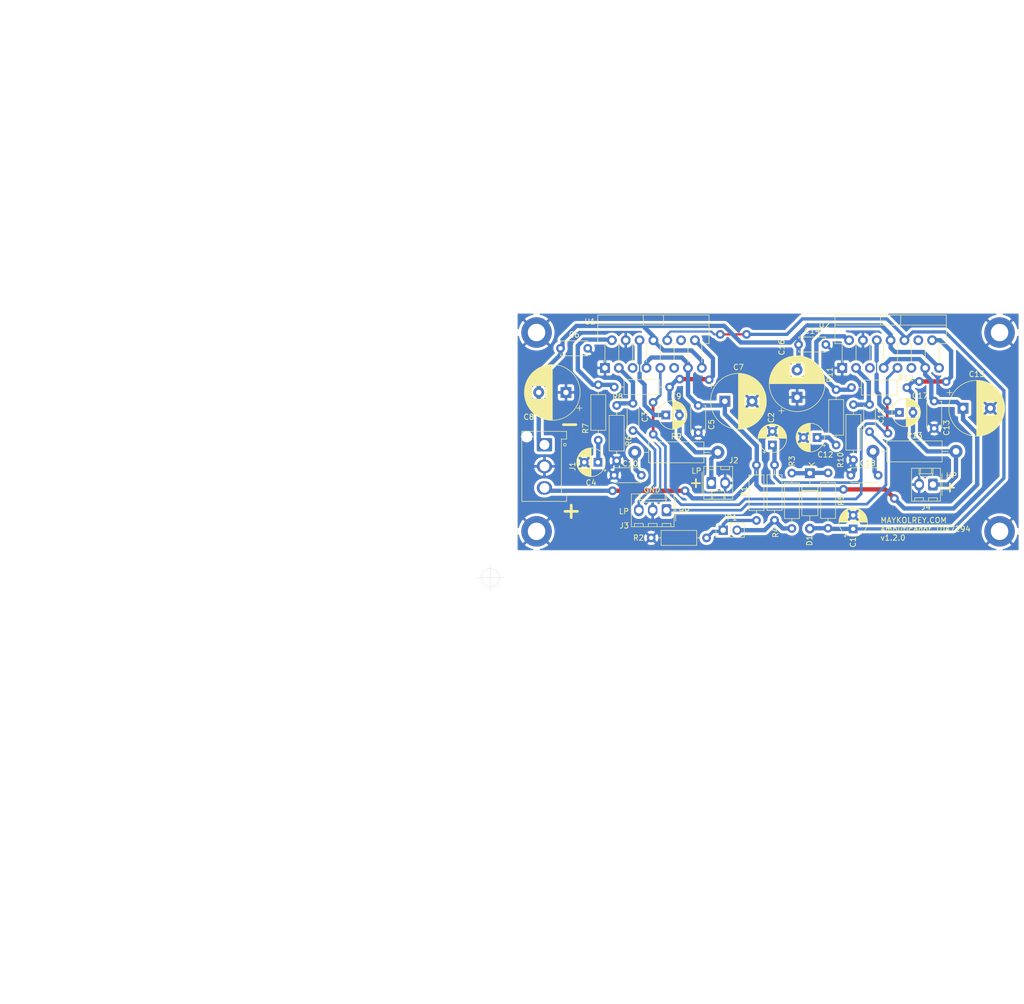
<source format=kicad_pcb>
(kicad_pcb (version 20240108) (generator "pcbnew") (generator_version "8.0")
  (title_block (title "Amplificador TDA7294") (date "2023-12-17") (rev "v1.2.0") (company "MAYKOLREY.COM"))
  (layers (0 "F.Cu" signal) (31 "B.Cu" signal) (34 "B.Paste" user) (35 "F.Paste" user) (36 "B.SilkS" user "B.Silkscreen") (37 "F.SilkS" user "F.Silkscreen") (38 "B.Mask" user) (39 "F.Mask" user) (44 "Edge.Cuts" user))
  (net 0 "")
  (net 1 "GND")
  (net 2 "/MUTE")
  (net 3 "/STBY")
  (net 4 "Net-(U1-+)")
  (net 5 "Net-(C4-Pad1)")
  (net 6 "/+VS")
  (net 7 "/-VS")
  (net 8 "/OUT1")
  (net 9 "Net-(U1-BOOT)")
  (net 10 "Net-(C10-Pad2)")
  (net 11 "Net-(U2-+)")
  (net 12 "Net-(C12-Pad1)")
  (net 13 "/OUT2")
  (net 14 "Net-(U2-BOOT)")
  (net 15 "Net-(C18-Pad2)")
  (net 16 "Net-(D1-K)")
  (net 17 "Net-(JP1-B)")
  (net 18 "Net-(U1--)")
  (net 19 "Net-(U2--)")
  (net 20 "/IN1")
  (net 21 "/IN2")
  (net 22 "/EN")
  (footprint "Capacitor_THT:CP_Radial_D5.0mm_P2.50mm" (layer "F.Cu") (at 169.63 109.55 90)
    (property "Reference" "C1" (at -2.45 -0.03 90) (layer "F.SilkS"))
    (property "Value" "10uF")
    (pad "1" thru_hole rect (at 0 0 90) (size 1.6 1.6) (drill 0.8) (layers "*.Cu" "*.Mask") (net 2 "/MUTE"))
    (pad "2" thru_hole circle (at 2.5 0 90) (size 1.6 1.6) (drill 0.8) (layers "*.Cu" "*.Mask") (net 1 "GND"))
  )
  (footprint "Capacitor_THT:CP_Radial_D5.0mm_P2.50mm" (layer "F.Cu") (at 154.79 94.16 90)
    (property "Reference" "C2" (at 5.03 -0.22 90) (layer "F.SilkS"))
    (property "Value" "10uF")
    (pad "1" thru_hole rect (at 0 0 90) (size 1.6 1.6) (drill 0.8) (layers "*.Cu" "*.Mask") (net 3 "/STBY"))
    (pad "2" thru_hole circle (at 2.5 0 90) (size 1.6 1.6) (drill 0.8) (layers "*.Cu" "*.Mask") (net 1 "GND"))
  )
  (footprint "Capacitor_THT:C_Disc_D4.3mm_W1.9mm_P5.00mm" (layer "F.Cu") (at 129.2 86.51 -90)
    (property "Reference" "C3" (at 2.5 -2.2 90) (layer "F.SilkS"))
    (property "Value" "470nF")
    (pad "1" thru_hole circle (at 0 0 270) (size 1.6 1.6) (drill 0.8) (layers "*.Cu" "*.Mask") (net 4 "Net-(U1-+)"))
    (pad "2" thru_hole circle (at 5 0 270) (size 1.6 1.6) (drill 0.8) (layers "*.Cu" "*.Mask") (net 20 "/IN1"))
  )
  (footprint "Capacitor_THT:CP_Radial_D5.0mm_P2.50mm" (layer "F.Cu") (at 122.76 97.32 180)
    (property "Reference" "C4" (at 1.25 -3.75 0) (layer "F.SilkS"))
    (property "Value" "22uF")
    (pad "1" thru_hole rect (at 0 0 180) (size 1.6 1.6) (drill 0.8) (layers "*.Cu" "*.Mask") (net 5 "Net-(C4-Pad1)"))
    (pad "2" thru_hole circle (at 2.5 0 180) (size 1.6 1.6) (drill 0.8) (layers "*.Cu" "*.Mask") (net 1 "GND"))
  )
  (footprint "Capacitor_THT:C_Disc_D4.7mm_W2.5mm_P5.00mm" (layer "F.Cu") (at 141.18 86.89 -90)
    (property "Reference" "C5" (at 3.51 -2.43 -90) (layer "F.SilkS"))
    (property "Value" "100nF")
    (pad "1" thru_hole circle (at 0 0 270) (size 1.6 1.6) (drill 0.8) (layers "*.Cu" "*.Mask") (net 6 "/+VS"))
    (pad "2" thru_hole circle (at 5 0 270) (size 1.6 1.6) (drill 0.8) (layers "*.Cu" "*.Mask") (net 1 "GND"))
  )
  (footprint "Capacitor_THT:C_Disc_D4.7mm_W2.5mm_P5.00mm" (layer "F.Cu") (at 115.9 76.4)
    (property "Reference" "C6" (at 2.5 -2.5 0) (layer "F.SilkS"))
    (property "Value" "100nF")
    (pad "1" thru_hole circle (at 0 0) (size 1.6 1.6) (drill 0.8) (layers "*.Cu" "*.Mask") (net 7 "/-VS"))
    (pad "2" thru_hole circle (at 5 0) (size 1.6 1.6) (drill 0.8) (layers "*.Cu" "*.Mask") (net 1 "GND"))
  )
  (footprint "Capacitor_THT:CP_Radial_D10.0mm_P5.00mm" (layer "F.Cu") (at 146.07 86.12)
    (property "Reference" "C7" (at 2.5 -6.25 0) (layer "F.SilkS"))
    (property "Value" "1000uF")
    (pad "1" thru_hole rect (at 0 0) (size 2 2) (drill 1) (layers "*.Cu" "*.Mask") (net 6 "/+VS"))
    (pad "2" thru_hole circle (at 5 0) (size 2 2) (drill 1) (layers "*.Cu" "*.Mask") (net 1 "GND"))
  )
  (footprint "Capacitor_THT:CP_Radial_D10.0mm_P5.00mm" (layer "F.Cu") (at 116.9 84.5 180)
    (property "Reference" "C8" (at 6.82 -4.5 180) (layer "F.SilkS"))
    (property "Value" "1000uF")
    (pad "1" thru_hole rect (at 0 0 180) (size 2 2) (drill 1) (layers "*.Cu" "*.Mask") (net 1 "GND"))
    (pad "2" thru_hole circle (at 5 0 180) (size 2 2) (drill 1) (layers "*.Cu" "*.Mask") (net 7 "/-VS"))
  )
  (footprint "Capacitor_THT:CP_Radial_D5.0mm_P2.50mm" (layer "F.Cu") (at 135.23 88.64)
    (property "Reference" "C9" (at 1.87 -3.44 0) (layer "F.SilkS"))
    (property "Value" "22uF")
    (pad "1" thru_hole rect (at 0 0) (size 1.6 1.6) (drill 0.8) (layers "*.Cu" "*.Mask") (net 9 "Net-(U1-BOOT)"))
    (pad "2" thru_hole circle (at 2.5 0) (size 1.6 1.6) (drill 0.8) (layers "*.Cu" "*.Mask") (net 8 "/OUT1"))
  )
  (footprint "Capacitor_THT:C_Disc_D4.7mm_W2.5mm_P5.00mm" (layer "F.Cu") (at 125.74 99.7)
    (property "Reference" "C10" (at 2.94 -2.13 0) (layer "F.SilkS"))
    (property "Value" "100nF")
    (pad "1" thru_hole circle (at 0 0) (size 1.6 1.6) (drill 0.8) (layers "*.Cu" "*.Mask") (net 1 "GND"))
    (pad "2" thru_hole circle (at 5 0) (size 1.6 1.6) (drill 0.8) (layers "*.Cu" "*.Mask") (net 10 "Net-(C10-Pad2)"))
  )
  (footprint "Capacitor_THT:C_Disc_D4.3mm_W1.9mm_P5.00mm" (layer "F.Cu") (at 172.63 86.71 -90)
    (property "Reference" "C11" (at 2.19 -2.07 90) (layer "F.SilkS"))
    (property "Value" "470nF")
    (pad "1" thru_hole circle (at 0 0 270) (size 1.6 1.6) (drill 0.8) (layers "*.Cu" "*.Mask") (net 11 "Net-(U2-+)"))
    (pad "2" thru_hole circle (at 5 0 270) (size 1.6 1.6) (drill 0.8) (layers "*.Cu" "*.Mask") (net 21 "/IN2"))
  )
  (footprint "Capacitor_THT:CP_Radial_D5.0mm_P2.50mm" (layer "F.Cu") (at 163.01 92.78 180)
    (property "Reference" "C12" (at -1.504887 -3.14 0) (layer "F.SilkS"))
    (property "Value" "22uF")
    (pad "1" thru_hole rect (at 0 0 180) (size 1.6 1.6) (drill 0.8) (layers "*.Cu" "*.Mask") (net 12 "Net-(C12-Pad1)"))
    (pad "2" thru_hole circle (at 2.5 0 180) (size 1.6 1.6) (drill 0.8) (layers "*.Cu" "*.Mask") (net 1 "GND"))
  )
  (footprint "Capacitor_THT:C_Disc_D4.7mm_W2.5mm_P5.00mm" (layer "F.Cu") (at 184.5 86.1 -90)
    (property "Reference" "C13" (at 4.89 -2.26 -90) (layer "F.SilkS"))
    (property "Value" "100nF")
    (pad "1" thru_hole circle (at 0 0 270) (size 1.6 1.6) (drill 0.8) (layers "*.Cu" "*.Mask") (net 6 "/+VS"))
    (pad "2" thru_hole circle (at 5 0 270) (size 1.6 1.6) (drill 0.8) (layers "*.Cu" "*.Mask") (net 1 "GND"))
  )
  (footprint "Capacitor_THT:C_Disc_D4.7mm_W2.5mm_P5.00mm" (layer "F.Cu") (at 159.6 75.7)
    (property "Reference" "C14" (at 2.5 -2.5 0) (layer "F.SilkS"))
    (property "Value" "100nF")
    (pad "1" thru_hole circle (at 0 0) (size 1.6 1.6) (drill 0.8) (layers "*.Cu" "*.Mask") (net 7 "/-VS"))
    (pad "2" thru_hole circle (at 5 0) (size 1.6 1.6) (drill 0.8) (layers "*.Cu" "*.Mask") (net 1 "GND"))
  )
  (footprint "Capacitor_THT:CP_Radial_D10.0mm_P5.00mm" (layer "F.Cu") (at 189.8 87.4)
    (property "Reference" "C15" (at 2.5 -6.25 0) (layer "F.SilkS"))
    (property "Value" "1000uF")
    (pad "1" thru_hole rect (at 0 0) (size 2 2) (drill 1) (layers "*.Cu" "*.Mask") (net 6 "/+VS"))
    (pad "2" thru_hole circle (at 5 0) (size 2 2) (drill 1) (layers "*.Cu" "*.Mask") (net 1 "GND"))
  )
  (footprint "Capacitor_THT:CP_Radial_D10.0mm_P5.00mm" (layer "F.Cu") (at 159.33 85.39 90)
    (property "Reference" "C16" (at 9.157677 -2.83 90) (layer "F.SilkS"))
    (property "Value" "1000uF")
    (pad "1" thru_hole rect (at 0 0 90) (size 2 2) (drill 1) (layers "*.Cu" "*.Mask") (net 1 "GND"))
    (pad "2" thru_hole circle (at 5 0 90) (size 2 2) (drill 1) (layers "*.Cu" "*.Mask") (net 7 "/-VS"))
  )
  (footprint "Capacitor_THT:CP_Radial_D5.0mm_P2.50mm" (layer "F.Cu") (at 178.104888 88.17)
    (property "Reference" "C17" (at 3.795112 -3.07 0) (layer "F.SilkS"))
    (property "Value" "22uF")
    (pad "1" thru_hole rect (at 0 0) (size 1.6 1.6) (drill 0.8) (layers "*.Cu" "*.Mask") (net 14 "Net-(U2-BOOT)"))
    (pad "2" thru_hole circle (at 2.5 0) (size 1.6 1.6) (drill 0.8) (layers "*.Cu" "*.Mask") (net 13 "/OUT2"))
  )
  (footprint "Capacitor_THT:C_Disc_D4.7mm_W2.5mm_P5.00mm" (layer "F.Cu") (at 169.2 99.7)
    (property "Reference" "C18" (at 3.08 -2.21 0) (layer "F.SilkS"))
    (property "Value" "100nF")
    (pad "1" thru_hole circle (at 0 0) (size 1.6 1.6) (drill 0.8) (layers "*.Cu" "*.Mask") (net 1 "GND"))
    (pad "2" thru_hole circle (at 5 0) (size 1.6 1.6) (drill 0.8) (layers "*.Cu" "*.Mask") (net 15 "Net-(C18-Pad2)"))
  )
  (footprint "Diode_THT:D_A-405_P10.16mm_Horizontal" (layer "F.Cu") (at 161.67 99.33 -90)
    (property "Reference" "D1" (at 12.37 0.07 90) (layer "F.SilkS"))
    (property "Value" "1N4148")
    (fp_text user "K" (at -1.6 -0.4 90) (layer "F.SilkS"))
    (pad "1" thru_hole rect (at 0 0 270) (size 1.8 1.8) (drill 0.9) (layers "*.Cu" "*.Mask") (net 16 "Net-(D1-K)"))
    (pad "2" thru_hole oval (at 10.16 0 270) (size 1.8 1.8) (drill 0.9) (layers "*.Cu" "*.Mask") (net 2 "/MUTE"))
  )
  (footprint "Connector_Molex:Molex_KK-254_AE-6410-02A_1x02_P2.54mm_Vertical" (layer "F.Cu") (at 143.58 101.11)
    (property "Reference" "J2" (at 4.12 -4.14 0) (layer "F.SilkS"))
    (property "Value" "Conn_01x02")
    (pad "1" thru_hole roundrect (at 0 0) (size 1.74 2.19) (drill 1.19) (layers "*.Cu" "*.Mask") (roundrect_rratio 0.143678) (net 8 "/OUT1"))
    (pad "2" thru_hole oval (at 2.54 0) (size 1.74 2.19) (drill 1.19) (layers "*.Cu" "*.Mask") (net 1 "GND"))
  )
  (footprint "Connector_PinHeader_2.54mm:PinHeader_1x02_P2.54mm_Vertical" (layer "F.Cu") (at 145.76 109.79 90)
    (property "Reference" "JP1" (at 2.29 1.24 180) (layer "F.SilkS"))
    (property "Value" "EN")
    (pad "1" thru_hole rect (at 0 0 90) (size 1.7 1.7) (drill 1) (layers "*.Cu" "*.Mask") (net 22 "/EN"))
    (pad "2" thru_hole oval (at 0 2.54 90) (size 1.7 1.7) (drill 1) (layers "*.Cu" "*.Mask") (net 17 "Net-(JP1-B)"))
  )
  (footprint "Resistor_THT:R_Axial_DIN0207_L6.3mm_D2.5mm_P10.16mm_Horizontal" (layer "F.Cu") (at 151.87 108 90)
    (property "Reference" "R1" (at 5.3 -2.27 90) (layer "F.SilkS"))
    (property "Value" "10K")
    (pad "1" thru_hole circle (at 0 0 90) (size 1.6 1.6) (drill 0.8) (layers "*.Cu" "*.Mask") (net 22 "/EN"))
    (pad "2" thru_hole oval (at 10.16 0 90) (size 1.6 1.6) (drill 0.8) (layers "*.Cu" "*.Mask") (net 6 "/+VS"))
  )
  (footprint "Resistor_THT:R_Axial_DIN0207_L6.3mm_D2.5mm_P10.16mm_Horizontal" (layer "F.Cu") (at 132.55 111.2)
    (property "Reference" "R2" (at -2.34 0 0) (layer "F.SilkS"))
    (property "Value" "10K")
    (pad "1" thru_hole circle (at 0 0) (size 1.6 1.6) (drill 0.8) (layers "*.Cu" "*.Mask") (net 1 "GND"))
    (pad "2" thru_hole oval (at 10.16 0) (size 1.6 1.6) (drill 0.8) (layers "*.Cu" "*.Mask") (net 22 "/EN"))
  )
  (footprint "Resistor_THT:R_Axial_DIN0207_L6.3mm_D2.5mm_P10.16mm_Horizontal" (layer "F.Cu") (at 158.37 99.31 -90)
    (property "Reference" "R3" (at -2.21 -0.03 90) (layer "F.SilkS"))
    (property "Value" "10K")
    (pad "1" thru_hole circle (at 0 0 270) (size 1.6 1.6) (drill 0.8) (layers "*.Cu" "*.Mask") (net 16 "Net-(D1-K)"))
    (pad "2" thru_hole oval (at 10.16 0 270) (size 1.6 1.6) (drill 0.8) (layers "*.Cu" "*.Mask") (net 17 "Net-(JP1-B)"))
  )
  (footprint "Resistor_THT:R_Axial_DIN0207_L6.3mm_D2.5mm_P10.16mm_Horizontal" (layer "F.Cu") (at 155.19 97.8 -90)
    (property "Reference" "R4" (at 12.4 -0.21 90) (layer "F.SilkS"))
    (property "Value" "20K")
    (pad "1" thru_hole circle (at 0 0 270) (size 1.6 1.6) (drill 0.8) (layers "*.Cu" "*.Mask") (net 3 "/STBY"))
    (pad "2" thru_hole oval (at 10.16 0 270) (size 1.6 1.6) (drill 0.8) (layers "*.Cu" "*.Mask") (net 17 "Net-(JP1-B)"))
  )
  (footprint "Resistor_THT:R_Axial_DIN0207_L6.3mm_D2.5mm_P10.16mm_Horizontal" (layer "F.Cu") (at 165.01 109.43 90)
    (property "Reference" "R5" (at 5.13 2.39 90) (layer "F.SilkS"))
    (property "Value" "30K")
    (pad "1" thru_hole circle (at 0 0 90) (size 1.6 1.6) (drill 0.8) (layers "*.Cu" "*.Mask") (net 2 "/MUTE"))
    (pad "2" thru_hole oval (at 10.16 0 90) (size 1.6 1.6) (drill 0.8) (layers "*.Cu" "*.Mask") (net 16 "Net-(D1-K)"))
  )
  (footprint "Resistor_THT:R_Axial_DIN0207_L6.3mm_D2.5mm_P10.16mm_Horizontal" (layer "F.Cu") (at 126.21 97.05 90)
    (property "Reference" "R6" (at 3.65 2.19 90) (layer "F.SilkS"))
    (property "Value" "22K")
    (pad "1" thru_hole circle (at 0 0 90) (size 1.6 1.6) (drill 0.8) (layers "*.Cu" "*.Mask") (net 1 "GND"))
    (pad "2" thru_hole oval (at 10.16 0 90) (size 1.6 1.6) (drill 0.8) (layers "*.Cu" "*.Mask") (net 4 "Net-(U1-+)"))
  )
  (footprint "Resistor_THT:R_Axial_DIN0207_L6.3mm_D2.5mm_P10.16mm_Horizontal" (layer "F.Cu") (at 122.83 83.1 -90)
    (property "Reference" "R7" (at 8 2.33 90) (layer "F.SilkS"))
    (property "Value" "680")
    (pad "1" thru_hole circle (at 0 0 270) (size 1.6 1.6) (drill 0.8) (layers "*.Cu" "*.Mask") (net 18 "Net-(U1--)"))
    (pad "2" thru_hole oval (at 10.16 0 270) (size 1.6 1.6) (drill 0.8) (layers "*.Cu" "*.Mask") (net 5 "Net-(C4-Pad1)"))
  )
  (footprint "Resistor_THT:R_Axial_DIN0207_L6.3mm_D2.5mm_P10.16mm_Horizontal" (layer "F.Cu") (at 135.92 83.51 180)
    (property "Reference" "R8" (at 9.52 -1.79 0) (layer "F.SilkS"))
    (property "Value" "22K")
    (pad "1" thru_hole circle (at 0 0 180) (size 1.6 1.6) (drill 0.8) (layers "*.Cu" "*.Mask") (net 8 "/OUT1"))
    (pad "2" thru_hole oval (at 10.16 0 180) (size 1.6 1.6) (drill 0.8) (layers "*.Cu" "*.Mask") (net 18 "Net-(U1--)"))
  )
  (footprint "Resistor_THT:R_Axial_DIN0411_L9.9mm_D3.6mm_P15.24mm_Horizontal" (layer "F.Cu") (at 129.53 95.49)
    (property "Reference" "R9" (at 7.62 -2.92 0) (layer "F.SilkS"))
    (property "Value" "2.7")
    (pad "1" thru_hole circle (at 0 0) (size 2.4 2.4) (drill 1.2) (layers "*.Cu" "*.Mask") (net 10 "Net-(C10-Pad2)"))
    (pad "2" thru_hole oval (at 15.24 0) (size 2.4 2.4) (drill 1.2) (layers "*.Cu" "*.Mask") (net 8 "/OUT1"))
  )
  (footprint "Resistor_THT:R_Axial_DIN0207_L6.3mm_D2.5mm_P10.16mm_Horizontal" (layer "F.Cu") (at 169.67 96.9 90)
    (property "Reference" "R10" (at 0 -2.37 90) (layer "F.SilkS"))
    (property "Value" "22K")
    (pad "1" thru_hole circle (at 0 0 90) (size 1.6 1.6) (drill 0.8) (layers "*.Cu" "*.Mask") (net 1 "GND"))
    (pad "2" thru_hole oval (at 10.16 0 90) (size 1.6 1.6) (drill 0.8) (layers "*.Cu" "*.Mask") (net 11 "Net-(U2-+)"))
  )
  (footprint "Resistor_THT:R_Axial_DIN0207_L6.3mm_D2.5mm_P10.16mm_Horizontal" (layer "F.Cu") (at 166.5 84 -90)
    (property "Reference" "R11" (at -2.74 1.17 90) (layer "F.SilkS"))
    (property "Value" "680")
    (pad "1" thru_hole circle (at 0 0 270) (size 1.6 1.6) (drill 0.8) (layers "*.Cu" "*.Mask") (net 19 "Net-(U2--)"))
    (pad "2" thru_hole oval (at 10.16 0 270) (size 1.6 1.6) (drill 0.8) (layers "*.Cu" "*.Mask") (net 12 "Net-(C12-Pad1)"))
  )
  (footprint "Resistor_THT:R_Axial_DIN0411_L9.9mm_D3.6mm_P15.24mm_Horizontal" (layer "F.Cu") (at 173.26 95.32)
    (property "Reference" "R13" (at 7.62 -2.92 0) (layer "F.SilkS"))
    (property "Value" "2.7")
    (pad "1" thru_hole circle (at 0 0) (size 2.4 2.4) (drill 1.2) (layers "*.Cu" "*.Mask") (net 15 "Net-(C18-Pad2)"))
    (pad "2" thru_hole oval (at 15.24 0) (size 2.4 2.4) (drill 1.2) (layers "*.Cu" "*.Mask") (net 13 "/OUT2"))
  )
  (footprint "Package_TO_SOT_THT:TO-220-15_P2.54x2.54mm_StaggerOdd_Lead4.58mm_Vertical" (layer "F.Cu") (at 124.06 80)
    (property "Reference" "U1" (at -2.75 -8.5 0) (layer "F.SilkS"))
    (property "Value" "TDA7294")
    (pad "1" thru_hole rect (at 0 0) (size 1.8 1.8) (drill 1) (layers "*.Cu" "*.Mask") (net 1 "GND"))
    (pad "2" thru_hole oval (at 1.27 -5.08) (size 1.8 1.8) (drill 1) (layers "*.Cu" "*.Mask") (net 18 "Net-(U1--)"))
    (pad "3" thru_hole oval (at 2.54 0) (size 1.8 1.8) (drill 1) (layers "*.Cu" "*.Mask") (net 4 "Net-(U1-+)"))
    (pad "4" thru_hole oval (at 3.81 -5.08) (size 1.8 1.8) (drill 1) (layers "*.Cu" "*.Mask") (net 1 "GND"))
    (pad "5" thru_hole oval (at 5.08 0) (size 1.8 1.8) (drill 1) (layers "*.Cu" "*.Mask"))
    (pad "6" thru_hole oval (at 6.35 -5.08) (size 1.8 1.8) (drill 1) (layers "*.Cu" "*.Mask") (net 9 "Net-(U1-BOOT)"))
    (pad "7" thru_hole oval (at 7.62 0) (size 1.8 1.8) (drill 1) (layers "*.Cu" "*.Mask") (net 6 "/+VS"))
    (pad "8" thru_hole oval (at 8.89 -5.08) (size 1.8 1.8) (drill 1) (layers "*.Cu" "*.Mask") (net 7 "/-VS"))
    (pad "9" thru_hole oval (at 10.16 0) (size 1.8 1.8) (drill 1) (layers "*.Cu" "*.Mask") (net 3 "/STBY"))
    (pad "10" thru_hole oval (at 11.43 -5.08) (size 1.8 1.8) (drill 1) (layers "*.Cu" "*.Mask") (net 2 "/MUTE"))
    (pad "11" thru_hole oval (at 12.7 0) (size 1.8 1.8) (drill 1) (layers "*.Cu" "*.Mask"))
    (pad "12" thru_hole oval (at 13.97 -5.08) (size 1.8 1.8) (drill 1) (layers "*.Cu" "*.Mask"))
    (pad "13" thru_hole oval (at 15.24 0) (size 1.8 1.8) (drill 1) (layers "*.Cu" "*.Mask") (net 6 "/+VS"))
    (pad "14" thru_hole oval (at 16.51 -5.08) (size 1.8 1.8) (drill 1) (layers "*.Cu" "*.Mask") (net 8 "/OUT1"))
    (pad "15" thru_hole oval (at 17.78 0) (size 1.8 1.8) (drill 1) (layers "*.Cu" "*.Mask") (net 7 "/-VS"))
  )
  (footprint "Package_TO_SOT_THT:TO-220-15_P2.54x2.54mm_StaggerOdd_Lead4.58mm_Vertical" (layer "F.Cu") (at 167.61 80)
    (property "Reference" "U2" (at -3.3 -7.9 0) (layer "F.SilkS"))
    (property "Value" "TDA7294")
    (pad "1" thru_hole rect (at 0 0) (size 1.8 1.8) (drill 1) (layers "*.Cu" "*.Mask") (net 1 "GND"))
    (pad "2" thru_hole oval (at 1.27 -5.08) (size 1.8 1.8) (drill 1) (layers "*.Cu" "*.Mask") (net 19 "Net-(U2--)"))
    (pad "3" thru_hole oval (at 2.54 0) (size 1.8 1.8) (drill 1) (layers "*.Cu" "*.Mask") (net 11 "Net-(U2-+)"))
    (pad "4" thru_hole oval (at 3.81 -5.08) (size 1.8 1.8) (drill 1) (layers "*.Cu" "*.Mask") (net 1 "GND"))
    (pad "5" thru_hole oval (at 5.08 0) (size 1.8 1.8) (drill 1) (layers "*.Cu" "*.Mask"))
    (pad "6" thru_hole oval (at 6.35 -5.08) (size 1.8 1.8) (drill 1) (layers "*.Cu" "*.Mask") (net 14 "Net-(U2-BOOT)"))
    (pad "7" thru_hole oval (at 7.62 0) (size 1.8 1.8) (drill 1) (layers "*.Cu" "*.Mask") (net 6 "/+VS"))
    (pad "8" thru_hole oval (at 8.89 -5.08) (size 1.8 1.8) (drill 1) (layers "*.Cu" "*.Mask") (net 7 "/-VS"))
    (pad "9" thru_hole oval (at 10.16 0) (size 1.8 1.8) (drill 1) (layers "*.Cu" "*.Mask") (net 3 "/STBY"))
    (pad "10" thru_hole oval (at 11.43 -5.08) (size 1.8 1.8) (drill 1) (layers "*.Cu" "*.Mask") (net 2 "/MUTE"))
    (pad "11" thru_hole oval (at 12.7 0) (size 1.8 1.8) (drill 1) (layers "*.Cu" "*.Mask"))
    (pad "12" thru_hole oval (at 13.97 -5.08) (size 1.8 1.8) (drill 1) (layers "*.Cu" "*.Mask"))
    (pad "13" thru_hole oval (at 15.24 0) (size 1.8 1.8) (drill 1) (layers "*.Cu" "*.Mask") (net 6 "/+VS"))
    (pad "14" thru_hole oval (at 16.51 -5.08) (size 1.8 1.8) (drill 1) (layers "*.Cu" "*.Mask") (net 13 "/OUT2"))
    (pad "15" thru_hole oval (at 17.78 0) (size 1.8 1.8) (drill 1) (layers "*.Cu" "*.Mask") (net 7 "/-VS"))
  )
  (footprint "Connector_Molex:Molex_KK-254_AE-6410-03A_1x03_P2.54mm_Vertical" (layer "F.Cu") (at 135.36 106.12 180)
    (property "Reference" "J3" (at 7.76 -2.84 180) (layer "F.SilkS"))
    (property "Value" "IN")
    (pad "1" thru_hole roundrect (at 0 0 180) (size 1.74 2.19) (drill 1.19) (layers "*.Cu" "*.Mask") (roundrect_rratio 0.143678) (net 21 "/IN2"))
    (pad "2" thru_hole oval (at 2.54 0 180) (size 1.74 2.19) (drill 1.19) (layers "*.Cu" "*.Mask") (net 1 "GND"))
    (pad "3" thru_hole oval (at 5.08 0 180) (size 1.74 2.19) (drill 1.19) (layers "*.Cu" "*.Mask") (net 20 "/IN1"))
  )
  (footprint "Resistor_THT:R_Axial_DIN0207_L6.3mm_D2.5mm_P10.16mm_Horizontal" (layer "F.Cu") (at 179.48 83.61 180)
    (property "Reference" "R12" (at 0.18 1.71 180) (layer "F.SilkS"))
    (property "Value" "22K")
    (pad "1" thru_hole circle (at 0 0 180) (size 1.6 1.6) (drill 0.8) (layers "*.Cu" "*.Mask") (net 13 "/OUT2"))
    (pad "2" thru_hole oval (at 10.16 0 180) (size 1.6 1.6) (drill 0.8) (layers "*.Cu" "*.Mask") (net 19 "Net-(U2--)"))
  )
  (footprint "MountingHole:MountingHole_3.2mm_M3_DIN965_Pad" (layer "F.Cu") (at 111.5 110)
    (property "Reference" "H3" (hide yes))
    (property "Value" "MH")
    (pad "1" thru_hole circle (at 0 0) (size 5.6 5.6) (drill 3.2) (layers "*.Cu" "*.Mask") (net 1 "GND"))
  )
  (footprint "MountingHole:MountingHole_3.2mm_M3_DIN965_Pad" (layer "F.Cu") (at 196.5 73.5)
    (property "Reference" "H2" (hide yes))
    (property "Value" "MH")
    (pad "1" thru_hole circle (at 0 0) (size 5.6 5.6) (drill 3.2) (layers "*.Cu" "*.Mask") (net 1 "GND"))
  )
  (footprint "Connector_Molex:Molex_KK-254_AE-6410-02A_1x02_P2.54mm_Vertical" (layer "F.Cu") (at 184.27 101.41 180)
    (property "Reference" "J4" (at 1.27 -4.12 180) (layer "F.SilkS"))
    (property "Value" "Conn_01x02")
    (pad "1" thru_hole roundrect (at 0 0 180) (size 1.74 2.19) (drill 1.19) (layers "*.Cu" "*.Mask") (roundrect_rratio 0.143678) (net 13 "/OUT2"))
    (pad "2" thru_hole oval (at 2.54 0 180) (size 1.74 2.19) (drill 1.19) (layers "*.Cu" "*.Mask") (net 1 "GND"))
  )
  (footprint "Connector_Hirose:Hirose_DF63M-3P-3.96DSA_1x03_P3.96mm_Vertical" (layer "F.Cu") (at 112.95 94.11 -90)
    (property "Reference" "J1" (at 3.96 -5.15 90) (layer "F.SilkS"))
    (property "Value" "PAWER")
    (pad "" np_thru_hole circle (at -1.5 3.25 270) (size 1.6 1.6) (drill 1.6) (layers "*.Cu" "*.Mask"))
    (pad "1" thru_hole roundrect (at 0 0 270) (size 2.46 2.8) (drill 1.8) (layers "*.Cu" "*.Mask") (roundrect_rratio 0.101626) (net 7 "/-VS"))
    (pad "2" thru_hole oval (at 3.96 0 270) (size 2.46 2.8) (drill 1.8) (layers "*.Cu" "*.Mask") (net 1 "GND"))
    (pad "3" thru_hole oval (at 7.92 0 270) (size 2.46 2.8) (drill 1.8) (layers "*.Cu" "*.Mask") (net 6 "/+VS"))
  )
  (footprint "MountingHole:MountingHole_3.2mm_M3_DIN965_Pad" (layer "F.Cu") (at 111.5 73.5)
    (property "Reference" "H4" (hide yes))
    (property "Value" "MH")
    (pad "1" thru_hole circle (at 0 0) (size 5.6 5.6) (drill 3.2) (layers "*.Cu" "*.Mask") (net 1 "GND"))
  )
  (footprint "MountingHole:MountingHole_3.2mm_M3_DIN965_Pad" (layer "F.Cu") (at 196.5 110)
    (property "Reference" "H1" (hide yes))
    (property "Value" "MH")
    (pad "1" thru_hole circle (at 0 0) (size 5.6 5.6) (drill 3.2) (layers "*.Cu" "*.Mask") (net 1 "GND"))
  )
  (footprint "MR-footprint:logo_mr_6x6mm" (layer "B.Cu") (at 152.06 80.51 180)
    (property "Reference" "G***" (hide yes))
    (property "Value" "LOGO" (hide yes))
  )
  (gr_line (start 108 113.5) (end 108 70) (stroke (width 0.05)) (layer "Edge.Cuts"))
  (gr_line (start 108 70) (end 200 70) (stroke (width 0.05)) (layer "Edge.Cuts"))
  (gr_line (start 200 70) (end 200 113.5) (stroke (width 0.05)) (layer "Edge.Cuts"))
  (gr_line (start 200 113.5) (end 108 113.5) (stroke (width 0.05)) (layer "Edge.Cuts"))
  (gr_text "HP" (at 137.47 106.84 0) (layer "F.SilkS") (effects (font (size 1 1)) (justify left bottom)))
  (gr_text "-" (at 115.39 91.95 0) (layer "F.SilkS") (effects (font (size 3 3) (thickness 0.5) (bold yes)) (justify left bottom)))
  (gr_text "LP" (at 126.53 106.92 0) (layer "F.SilkS") (effects (font (size 1 1)) (justify left bottom)))
  (gr_text "${COMPANY}\n${TITLE}\n${REVISION}" (at 174.55 111.77 0) (layer "F.SilkS") (effects (font (size 1 1)) (justify left bottom)))
  (gr_text "+" (at 115.68 107.87 0) (layer "F.SilkS") (effects (font (size 3 3) (thickness 0.5) (bold yes)) (justify left bottom)))
  (gr_text "GND" (at 131.07 102.94 0) (layer "F.SilkS") (effects (font (size 1 1)) (justify left bottom)))
  (gr_text "+" (at 185.96 103 0) (layer "F.SilkS") (effects (font (size 2 2) (thickness 0.3)) (justify left bottom)))
  (gr_text "LP" (at 139.84 99.48 0) (layer "F.SilkS") (effects (font (size 1 1)) (justify left bottom)))
  (gr_text "+" (at 139.32 102.18 0) (layer "F.SilkS") (effects (font (size 2 2) (thickness 0.3)) (justify left bottom)))
  (gr_text "HP" (at 186.55 100.36 0) (layer "F.SilkS") (effects (font (size 1 1)) (justify left bottom)))
  (target plus (at 103 118.5) (size 5) (width 0.05) (layer "Edge.Cuts"))
  (segment (start 169.67 96.9) (end 169.67 99.23) (width 0.8) (layer "B.Cu") (net 1))
  (segment (start 169.67 99.23) (end 169.2 99.7) (width 0.8) (layer "B.Cu") (net 1))
  (segment (start 126.21 97.05) (end 126.21 99.23) (width 0.8) (layer "B.Cu") (net 1))
  (segment (start 126.21 99.23) (end 125.74 99.7) (width 0.8) (layer "B.Cu") (net 1))
  (segment (start 150.05 73.84) (end 145.22 73.84) (width 0.4) (layer "F.Cu") (net 2))
  (via (at 145.22 73.84) (size 1.6) (drill 0.8) (layers "F.Cu" "B.Cu") (net 2))
  (via (at 150.05 73.84) (size 1.6) (drill 0.8) (layers "F.Cu" "B.Cu") (net 2))
  (segment (start 179.04 74.24) (end 179.04 74.92) (width 0.6) (layer "B.Cu") (net 2))
  (segment (start 187.99 109.55) (end 169.63 109.55) (width 0.6) (layer "B.Cu") (net 2))
  (segment (start 175.8 71) (end 179.04 74.24) (width 0.6) (layer "B.Cu") (net 2))
  (segment (start 161.67 109.49) (end 161.73 109.43) (width 0.8) (layer "B.Cu") (net 2))
  (segment (start 197.3 84.18) (end 197.3 100.24) (width 0.6) (layer "B.Cu") (net 2))
  (segment (start 143.6 73.32) (end 136.09 73.32) (width 0.4) (layer "B.Cu") (net 2))
  (segment (start 180.57 73.39) (end 186.51 73.39) (width 0.6) (layer "B.Cu") (net 2))
  (segment (start 165.01 109.43) (end 165.13 109.55) (width 0.8) (layer "B.Cu") (net 2))
  (segment (start 186.51 73.39) (end 197.3 84.18) (width 0.6) (layer "B.Cu") (net 2))
  (segment (start 157.46 73.84) (end 160.3 71) (width 0.6) (layer "B.Cu") (net 2))
  (segment (start 136.09 73.32) (end 135.49 73.92) (width 0.4) (layer "B.Cu") (net 2))
  (segment (start 145.22 73.84) (end 144.12 73.84) (width 0.4) (layer "B.Cu") (net 2))
  (segment (start 179.04 74.92) (end 180.57 73.39) (width 0.6) (layer "B.Cu") (net 2))
  (segment (start 144.12 73.84) (end 143.6 73.32) (width 0.4) (layer "B.Cu") (net 2))
  (segment (start 197.3 100.24) (end 187.99 109.55) (width 0.6) (layer "B.Cu") (net 2))
  (segment (start 165.13 109.55) (end 169.63 109.55) (width 0.8) (layer "B.Cu") (net 2))
  (segment (start 160.3 71) (end 175.8 71) (width 0.6) (layer "B.Cu") (net 2))
  (segment (start 161.73 109.43) (end 165.01 109.43) (width 0.8) (layer "B.Cu") (net 2))
  (segment (start 150.05 73.84) (end 157.46 73.84) (width 0.6) (layer "B.Cu") (net 2))
  (segment (start 135.49 73.92) (end 135.49 74.92) (width 0.4) (layer "B.Cu") (net 2))
  (segment (start 132.93 92.18) (end 132.9 92.15) (width 0.5) (layer "F.Cu") (net 3))
  (segment (start 175.87 91.87) (end 175.87 86.1) (width 0.5) (layer "F.Cu") (net 3))
  (segment (start 176 92) (end 175.87 91.87) (width 0.5) (layer "F.Cu") (net 3))
  (segment (start 132.9 92.15) (end 132.9 86.32) (width 0.5) (layer "F.Cu") (net 3))
  (via (at 132.9 86.32) (size 1.6) (drill 0.8) (layers "F.Cu" "B.Cu") (net 3))
  (via (at 132.93 92.18) (size 1.6) (drill 0.8) (layers "F.Cu" "B.Cu") (net 3))
  (via (at 176 92) (size 1.6) (drill 0.8) (layers "F.Cu" "B.Cu") (net 3))
  (via (at 175.87 86.1) (size 1.6) (drill 0.8) (layers "F.Cu" "B.Cu") (net 3))
  (segment (start 172.08 90.22) (end 171.1 91.2) (width 0.5) (layer "B.Cu") (net 3))
  (segment (start 155.19 97.8) (end 155.18 97.79) (width 0.8) (layer "B.Cu") (net 3))
  (segment (start 156.2 101.05) (end 170.5 101.05) (width 0.5) (layer "B.Cu") (net 3))
  (segment (start 135.16 102.24) (end 135.16 94.41) (width 0.5) (layer "B.Cu") (net 3))
  (segment (start 177.77 80.18) (end 177.59 80.18) (width 0.5) (layer "B.Cu") (net 3))
  (segment (start 173.75 90.22) (end 172.08 90.22) (width 0.5) (layer "B.Cu") (net 3))
  (segment (start 148.7 105.11) (end 138.03 105.11) (width 0.5) (layer "B.Cu") (net 3))
  (segment (start 177.59 80.18) (end 175.87 81.9) (width 0.5) (layer "B.Cu") (net 3))
  (segment (start 176 92) (end 175.53 92) (width 0.5) (layer "B.Cu") (net 3))
  (segment (start 138.03 105.11) (end 135.16 102.24) (width 0.5) (layer "B.Cu") (net 3))
  (segment (start 170.5 101.05) (end 171.1 100.45) (width 0.5) (layer "B.Cu") (net 3))
  (segment (start 155.19 100.04) (end 156.2 101.05) (width 0.5) (layer "B.Cu") (net 3))
  (segment (start 175.87 81.9) (end 175.87 86.1) (width 0.5) (layer "B.Cu") (net 3))
  (segment (start 170.14 104.06) (end 149.75 104.06) (width 0.5) (layer "B.Cu") (net 3))
  (segment (start 155.18 97.79) (end 155.18 94.55) (width 0.8) (layer "B.Cu") (net 3))
  (segment (start 171.1 91.2) (end 171.1 100.45) (width 0.5) (layer "B.Cu") (net 3))
  (segment (start 171.1 100.45) (end 171.1 103.1) (width 0.5) (layer "B.Cu") (net 3))
  (segment (start 155.19 97.8) (end 155.19 100.04) (width 0.5) (layer "B.Cu") (net 3))
  (segment (start 149.75 104.06) (end 148.7 105.11) (width 0.5) (layer "B.Cu") (net 3))
  (segment (start 132.9 86.32) (end 134.22 85) (width 0.5) (layer "B.Cu") (net 3))
  (segment (start 134.22 85) (end 134.22 80) (width 0.5) (layer "B.Cu") (net 3))
  (segment (start 171.1 103.1) (end 170.14 104.06) (width 0.5) (layer "B.Cu") (net 3))
  (segment (start 155.18 94.55) (end 154.79 94.16) (width 0.8) (layer "B.Cu") (net 3))
  (segment (start 175.53 92) (end 173.75 90.22) (width 0.5) (layer "B.Cu") (net 3))
  (segment (start 135.16 94.41) (end 132.93 92.18) (width 0.5) (layer "B.Cu") (net 3))
  (segment (start 129.2 82.6) (end 129.2 86.51) (width 0.8) (layer "B.Cu") (net 4))
  (segment (start 126.59 86.51) (end 126.21 86.89) (width 0.8) (layer "B.Cu") (net 4))
  (segment (start 129.2 86.51) (end 126.59 86.51) (width 0.8) (layer "B.Cu") (net 4))
  (segment (start 126.6 80) (end 129.2 82.6) (width 0.8) (layer "B.Cu") (net 4))
  (segment (start 122.83 97.25) (end 122.76 97.32) (width 0.8) (layer "B.Cu") (net 5))
  (segment (start 122.83 93.26) (end 122.83 97.25) (width 0.8) (layer "B.Cu") (net 5))
  (segment (start 125.4495 102.5505) (end 138.76 102.5505) (width 0.8) (layer "F.Cu") (net 6))
  (segment (start 175.52 102.3) (end 167.84 102.3) (width 0.8) (layer "F.Cu") (net 6))
  (segment (start 177.19 103.97) (end 175.52 102.3) (width 0.8) (layer "F.Cu") (net 6))
  (via (at 177.19 103.97) (size 1.6) (drill 0.8) (layers "F.Cu" "B.Cu") (net 6))
  (via (at 138.76 102.5505) (size 1.6) (drill 0.8) (layers "F.Cu" "B.Cu") (net 6))
  (via (at 167.84 102.3) (size 1.6) (drill 0.8) (layers "F.Cu" "B.Cu") (net 6))
  (via (at 125.4495 102.5505) (size 1.6) (drill 0.8) (layers "F.Cu" "B.Cu") (net 6))
  (segment (start 132.55 78.09) (end 131.68 78.96) (width 0.8) (layer "B.Cu") (net 6))
  (segment (start 141.18 86.89) (end 145.3 86.89) (width 0.8) (layer "B.Cu") (net 6))
  (segment (start 125.4495 102.5505) (end 113.4705 102.5505) (width 0.8) (layer "B.Cu") (net 6))
  (segment (start 181.8 78.39) (end 182.85 79.44) (width 0.8) (layer "B.Cu") (net 6))
  (segment (start 184.65 86.25) (end 188.65 86.25) (width 0.8) (layer "B.Cu") (net 6))
  (segment (start 151.93 94.34) (end 151.93 97.78) (width 0.8) (layer "B.Cu") (net 6))
  (segment (start 177.19 103.97) (end 179.02 105.8) (width 0.8) (layer "B.Cu") (net 6))
  (segment (start 139.3 79.22) (end 138.17 78.09) (width 0.8) (layer "B.Cu") (net 6))
  (segment (start 139.3 85.01) (end 141.18 86.89) (width 0.8) (layer "B.Cu") (net 6))
  (segment (start 176.475 78.39) (end 181.8 78.39) (width 0.8) (layer "B.Cu") (net 6))
  (segment (start 138.76 102.5505) (end 140.1595 103.95) (width 0.8) (layer "B.Cu") (net 6))
  (segment (start 175.23 79.635) (end 176.475 78.39) (width 0.8) (layer "B.Cu") (net 6))
  (segment (start 182.85 81.23) (end 183.97 82.35) (width 0.8) (layer "B.Cu") (net 6))
  (segment (start 147.79 103.95) (end 151.87 99.87) (width 0.8) (layer "B.Cu") (net 6))
  (segment (start 192.4 101.43) (end 192.4 92.08) (width 0.8) (layer "B.Cu") (net 6))
  (segment (start 131.68 78.96) (end 131.68 80) (width 0.8) (layer "B.Cu") (net 6))
  (segment (start 151.87 101.47) (end 151.87 97.84) (width 0.8) (layer "B.Cu") (net 6))
  (segment (start 184.5 86.1) (end 184.65 86.25) (width 0.8) (layer "B.Cu") (net 6))
  (segment (start 152.7 102.3) (end 151.87 101.47) (width 0.8) (layer "B.Cu") (net 6))
  (segment (start 139.3 80) (end 139.3 79.22) (width 0.8) (layer "B.Cu") (net 6))
  (segment (start 175.23 80) (end 175.23 79.635) (width 0.8) (layer "B.Cu") (net 6))
  (segment (start 182.85 79.44) (end 182.85 81.23) (width 0.8) (layer "B.Cu") (net 6))
  (segment (start 151.87 99.87) (end 151.87 97.84) (width 0.8) (layer "B.Cu") (net 6))
  (segment (start 183.97 82.35) (end 183.97 85.57) (width 0.8) (layer "B.Cu") (net 6))
  (segment (start 139.3 80) (end 139.3 85.01) (width 0.8) (layer "B.Cu") (net 6))
  (segment (start 189.8 89.48) (end 189.8 87.4) (width 0.8) (layer "B.Cu") (net 6))
  (segment (start 140.1595 103.95) (end 147.79 103.95) (width 0.8) (layer "B.Cu") (net 6))
  (segment (start 167.84 102.3) (end 152.7 102.3) (width 0.8) (layer "B.Cu") (net 6))
  (segment (start 188.65 86.25) (end 189.8 87.4) (width 0.8) (layer "B.Cu") (net 6))
  (segment (start 146.07 88.48) (end 151.93 94.34) (width 0.8) (layer "B.Cu") (net 6))
  (segment (start 151.93 97.78) (end 151.87 97.84) (width 0.8) (layer "B.Cu") (net 6))
  (segment (start 145.3 86.89) (end 146.07 86.12) (width 0.8) (layer "B.Cu") (net 6))
  (segment (start 192.4 92.08) (end 189.8 89.48) (width 0.8) (layer "B.Cu") (net 6))
  (segment (start 113.4705 102.5505) (end 112.95 102.03) (width 0.8) (layer "B.Cu") (net 6))
  (segment (start 146.07 86.12) (end 146.07 88.48) (width 0.8) (layer "B.Cu") (net 6))
  (segment (start 179.02 105.8) (end 188.03 105.8) (width 0.8) (layer "B.Cu") (net 6))
  (segment (start 175.23 80.18) (end 175.23 80) (width 0.8) (layer "B.Cu") (net 6))
  (segment (start 188.03 105.8) (end 192.4 101.43) (width 0.8) (layer "B.Cu") (net 6))
  (segment (start 138.17 78.09) (end 132.55 78.09) (width 0.8) (layer "B.Cu") (net 6))
  (segment (start 183.97 85.57) (end 184.5 86.1) (width 0.8) (layer "B.Cu") (net 6))
  (segment (start 159.58 73.88) (end 159.55 73.85) (width 0.8) (layer "B.Cu") (net 7))
  (segment (start 111.9 81.55) (end 115.9 77.55) (width 0.8) (layer "B.Cu") (net 7))
  (segment (start 182.51 77.08) (end 177.28 77.08) (width 0.8) (layer "B.Cu") (net 7))
  (segment (start 159.58 80.14) (end 159.58 75.72) (width 0.8) (layer "B.Cu") (net 7))
  (segment (start 185.39 80.18) (end 185.39 79.96) (width 0.8) (layer "B.Cu") (net 7))
  (segment (start 115.9 77.55) (end 115.9 76.4) (width 0.8) (layer "B.Cu") (net 7))
  (segment (start 139.96 76.79) (end 134.82 76.79) (width 0.8) (layer "B.Cu") (net 7))
  (segment (start 145.94 72.28) (end 131.05 72.28) (width 0.8) (layer "B.Cu") (net 7))
  (segment (start 132.95 74.18) (end 131.05 72.28) (width 0.8) (layer "B.Cu") (net 7))
  (segment (start 116.26 74.84) (end 118.81 72.29) (width 0.8) (layer "B.Cu") (net 7))
  (segment (start 112.95 94.11) (end 111.9 93.06) (width 0.8) (layer "B.Cu") (net 7))
  (segment (start 118.81 72.29) (end 131.04 72.29) (width 0.8) (layer "B.Cu") (net 7))
  (segment (start 176.5 73.9) (end 174.8 72.2) (width 0.8) (layer "B.Cu") (net 7))
  (segment (start 141.84 78.67) (end 139.96 76.79) (width 0.8) (layer "B.Cu") (net 7))
  (segment (start 176.5 74.92) (end 176.5 73.9) (width 0.8) (layer "B.Cu") (net 7))
  (segment (start 159.58 75.72) (end 159.6 75.7) (width 0.8) (layer "B.Cu") (net 7))
  (segment (start 176.5 76.3) (end 176.5 74.92) (width 0.8) (layer "B.Cu") (net 7))
  (segment (start 134.82 76.79) (end 132.95 74.92) (width 0.8) (layer "B.Cu") (net 7))
  (segment (start 159.6 75.7) (end 159.58 75.68) (width 0.8) (layer "B.Cu") (net 7))
  (segment (start 148.99 75.33) (end 145.94 72.28) (width 0.8) (layer "B.Cu") (net 7))
  (segment (start 161.2 72.2) (end 159.55 73.85) (width 0.8) (layer "B.Cu") (net 7))
  (segment (start 115.9 76.4) (end 116.26 76.04) (width 0.8) (layer "B.Cu") (net 7))
  (segment (start 159.55 73.85) (end 158.07 75.33) (width 0.8) (layer "B.Cu") (net 7))
  (segment (start 111.9 84.5) (end 111.9 81.55) (width 0.8) (layer "B.Cu") (net 7))
  (segment (start 177.28 77.08) (end 176.5 76.3) (width 0.8) (layer "B.Cu") (net 7))
  (segment (start 111.9 93.06) (end 111.9 84.5) (width 0.8) (layer "B.Cu") (net 7))
  (segment (start 185.39 79.96) (end 182.51 77.08) (width 0.8) (layer "B.Cu") (net 7))
  (segment (start 116.26 76.04) (end 116.26 74.84) (width 0.8) (layer "B.Cu") (net 7))
  (segment (start 159.58 75.68) (end 159.58 73.88) (width 0.8) (layer "B.Cu") (net 7))
  (segment (start 131.04 72.29) (end 131.05 72.28) (width 0.8) (layer "B.Cu") (net 7))
  (segment (start 174.8 72.2) (end 161.2 72.2) (width 0.8) (layer "B.Cu") (net 7))
  (segment (start 158.07 75.33) (end 148.99 75.33) (width 0.8) (layer "B.Cu") (net 7))
  (segment (start 132.95 74.92) (end 132.95 74.18) (width 0.8) (layer "B.Cu") (net 7))
  (segment (start 141.84 80) (end 141.84 78.67) (width 0.8) (layer "B.Cu") (net 7))
  (segment (start 159.33 80.39) (end 159.58 80.14) (width 0.8) (layer "B.Cu") (net 7))
  (segment (start 143.07 82.06) (end 137.77 82.06) (width 0.8) (layer "F.Cu") (net 8))
  (segment (start 143.18 82.17) (end 143.07 82.06) (width 0.8) (layer "F.Cu") (net 8))
  (via (at 143.18 82.17) (size 1.6) (drill 0.8) (layers "F.Cu" "B.Cu") (net 8))
  (via (at 137.77 82.06) (size 1.6) (drill 0.8) (layers "F.Cu" "B.Cu") (net 8))
  (segment (start 137.74 92.51) (end 140.72 95.49) (width 0.8) (layer "B.Cu") (net 8))
  (segment (start 135.92 86.09) (end 137.73 87.9) (width 0.8) (layer "B.Cu") (net 8))
  (segment (start 137.73 87.9) (end 137.73 88.64) (width 0.8) (layer "B.Cu") (net 8))
  (segment (start 137.37 82.06) (end 135.92 83.51) (width 0.8) (layer "B.Cu") (net 8))
  (segment (start 137.73 88.64) (end 137.74 88.65) (width 0.8) (layer "B.Cu") (net 8))
  (segment (start 143.88 78.23) (end 140.57 74.92) (width 0.8) (layer "B.Cu") (net 8))
  (segment (start 143.88 81.47) (end 143.88 78.23) (width 0.8) (layer "B.Cu") (net 8))
  (segment (start 144.77 95.49) (end 143.58 96.68) (width 0.8) (layer "B.Cu") (net 8))
  (segment (start 137.74 88.65) (end 137.74 92.51) (width 0.8) (layer "B.Cu") (net 8))
  (segment (start 135.92 83.51) (end 135.92 86.09) (width 0.8) (layer "B.Cu") (net 8))
  (segment (start 137.77 82.06) (end 137.37 82.06) (width 0.8) (layer "B.Cu") (net 8))
  (segment (start 140.72 95.49) (end 144.77 95.49) (width 0.8) (layer "B.Cu") (net 8))
  (segment (start 143.18 82.17) (end 143.88 81.47) (width 0.8) (layer "B.Cu") (net 8))
  (segment (start 143.58 96.68) (end 143.58 101.11) (width 0.8) (layer "B.Cu") (net 8))
  (segment (start 133.13 88.64) (end 135.23 88.64) (width 0.8) (layer "B.Cu") (net 9))
  (segment (start 131.33 86.84) (end 133.13 88.64) (width 0.8) (layer "B.Cu") (net 9))
  (segment (start 131.33 83.09) (end 131.33 86.84) (width 0.8) (layer "B.Cu") (net 9))
  (segment (start 130.42 82.18) (end 131.33 83.09) (width 0.8) (layer "B.Cu") (net 9))
  (segment (start 130.42 81.01) (end 130.42 79.04) (width 0.25) (layer "B.Cu") (net 9))
  (segment (start 130.41 74.92) (end 130.41 79.03) (width 0.8) (layer "B.Cu") (net 9))
  (segment (start 130.42 81.01) (end 130.42 82.18) (width 0.8) (layer "B.Cu") (net 9))
  (segment (start 129.68 95.64) (end 129.68 98.64) (width 0.8) (layer "B.Cu") (net 10))
  (segment (start 129.53 95.49) (end 129.68 95.64) (width 0.8) (layer "B.Cu") (net 10))
  (segment (start 129.68 98.64) (end 130.74 99.7) (width 0.8) (layer "B.Cu") (net 10))
  (segment (start 172.49 86.74) (end 169.67 86.74) (width 0.8) (layer "B.Cu") (net 11))
  (segment (start 170.15 80.18) (end 172.5 82.53) (width 0.8) (layer "B.Cu") (net 11))
  (segment (start 170.15 80) (end 170.15 80.18) (width 0.8) (layer "B.Cu") (net 11))
  (segment (start 172.5 82.53) (end 172.5 86.73) (width 0.8) (layer "B.Cu") (net 11))
  (segment (start 172.63 86.71) (end 172.6 86.74) (width 0.8) (layer "B.Cu") (net 11))
  (segment (start 172.5 86.73) (end 172.49 86.74) (width 0.8) (layer "B.Cu") (net 11))
  (segment (start 172.6 86.74) (end 169.67 86.74) (width 0.8) (layer "B.Cu") (net 11))
  (segment (start 165.12 92.78) (end 166.5 94.16) (width 0.8) (layer "B.Cu") (net 12))
  (segment (start 163.01 92.78) (end 165.12 92.78) (width 0.8) (layer "B.Cu") (net 12))
  (segment (start 186.67 82.49) (end 186.7 82.52) (width 0.8) (layer "F.Cu") (net 13))
  (segment (start 181.74 82.49) (end 186.67 82.49) (width 0.8) (layer "F.Cu") (net 13))
  (via (at 181.74 82.49) (size 1.6) (drill 0.8) (layers "F.Cu" "B.Cu") (net 13))
  (via (at 186.7 82.52) (size 1.6) (drill 0.8) (layers "F.Cu" "B.Cu") (net 13))
  (segment (start 187.02 101.41) (end 188.5 99.93) (width 0.8) (layer "B.Cu") (net 13))
  (segment (start 181.74 82.49) (end 180.6 82.49) (width 0.8) (layer "B.Cu") (net 13))
  (segment (start 180.604888 84.734888) (end 180.604888 88.17) (width 0.8) (layer "B.Cu") (net 13))
  (segment (start 179.48 83.61) (end 180.604888 84.734888) (width 0.8) (layer "B.Cu") (net 13))
  (segment (start 180.604888 88.17) (end 180.604888 92.674888) (width 0.8) (layer "B.Cu") (net 13))
  (segment (start 183.25 95.32) (end 188.5 95.32) (width 0.8) (layer "B.Cu") (net 13))
  (segment (start 185.61 74.92) (end 184.12 74.92) (width 0.8) (layer "B.Cu") (net 13))
  (segment (start 186.7 82.52) (end 187.6 81.62) (width 0.8) (layer "B.Cu") (net 13))
  (segment (start 188.5 99.93) (end 188.5 95.32) (width 0.8) (layer "B.Cu") (net 13))
  (segment (start 180.6 82.49) (end 179.48 83.61) (width 0.8) (layer "B.Cu") (net 13))
  (segment (start 184.27 101.41) (end 187.02 101.41) (width 0.8) (layer "B.Cu") (net 13))
  (segment (start 187.6 81.62) (end 187.6 76.91) (width 0.8) (layer "B.Cu") (net 13))
  (segment (start 187.6 76.91) (end 185.61 74.92) (width 0.8) (layer "B.Cu") (net 13))
  (segment (start 180.604888 92.674888) (end 183.25 95.32) (width 0.8) (layer "B.Cu") (net 13))
  (segment (start 178.104888 88.17) (end 175.960101 88.17) (width 0.8) (layer "B.Cu") (net 14))
  (segment (start 173.96 74.92) (end 173.93 74.95) (width 0.8) (layer "B.Cu") (net 14))
  (segment (start 173.93 81.23) (end 173.93 78.66) (width 0.2) (layer "B.Cu") (net 14))
  (segment (start 173.93 84.37) (end 173.93 81.23) (width 0.8) (layer "B.Cu") (net 14))
  (segment (start 173.93 74.95) (end 173.93 78.66) (width 0.8) (layer "B.Cu") (net 14))
  (segment (start 174.43 84.87) (end 173.93 84.37) (width 0.8) (layer "B.Cu") (net 14))
  (segment (start 175.960101 88.17) (end 174.43 86.639899) (width 0.8) (layer "B.Cu") (net 14))
  (segment (start 174.43 86.639899) (end 174.43 84.87) (width 0.8) (layer "B.Cu") (net 14))
  (segment (start 173.26 95.32) (end 173.55 95.61) (width 0.8) (layer "B.Cu") (net 15))
  (segment (start 173.55 99.05) (end 174.2 99.7) (width 0.8) (layer "B.Cu") (net 15))
  (segment (start 173.55 95.61) (end 173.55 99.05) (width 0.8) (layer "B.Cu") (net 15))
  (segment (start 161.67 99.33) (end 158.39 99.33) (width 0.8) (layer "B.Cu") (net 16))
  (segment (start 161.73 99.27) (end 161.67 99.33) (width 0.8) (layer "B.Cu") (net 16))
  (segment (start 165.01 99.27) (end 161.73 99.27) (width 0.8) (layer "B.Cu") (net 16))
  (segment (start 158.39 99.33) (end 158.37 99.31) (width 0.8) (layer "B.Cu") (net 16))
  (segment (start 158.37 109.47) (end 156.7 109.47) (width 0.8) (layer "B.Cu") (net 17))
  (segment (start 153.36 109.79) (end 148.3 109.79) (width 0.8) (layer "B.Cu") (net 17))
  (segment (start 155.19 107.96) (end 153.36 109.79) (width 0.8) (layer "B.Cu") (net 17))
  (segment (start 156.7 109.47) (end 155.19 107.96) (width 0.8) (layer "B.Cu") (net 17))
  (segment (start 119.07 80.33) (end 119.07 75.93) (width 0.8) (layer "B.Cu") (net 18))
  (segment (start 121.84 83.1) (end 119.07 80.33) (width 0.8) (layer "B.Cu") (net 18))
  (segment (start 120.2 74.8) (end 125.21 74.8) (width 0.8) (layer "B.Cu") (net 18))
  (segment (start 122.83 83.1) (end 125.35 83.1) (width 0.8) (layer "B.Cu") (net 18))
  (segment (start 122.83 83.1) (end 121.84 83.1) (width 0.8) (layer "B.Cu") (net 18))
  (segment (start 125.35 83.1) (end 125.76 83.51) (width 0.8) (layer "B.Cu") (net 18))
  (segment (start 119.07 75.93) (end 120.2 74.8) (width 0.8) (layer "B.Cu") (net 18))
  (segment (start 125.21 74.8) (end 125.33 74.92) (width 0.8) (layer "B.Cu") (net 18))
  (segment (start 162.87 75.23) (end 162.87 80.37) (width 0.8) (layer "B.Cu") (net 19))
  (segment (start 162.87 80.37) (end 166.5 84) (width 0.8) (layer "B.Cu") (net 19))
  (segment (start 168.7 74.92) (end 167.98 74.2) (width 0.8) (layer "B.Cu") (net 19))
  (segment (start 163.9 74.2) (end 162.87 75.23) (width 0.8) (layer "B.Cu") (net 19))
  (segment (start 167.98 74.2) (end 163.9 74.2) (width 0.8) (layer "B.Cu") (net 19))
  (segment (start 168.93 84) (end 166.5 84) (width 0.8) (layer "B.Cu") (net 19))
  (segment (start 169.32 83.61) (end 168.93 84) (width 0.8) (layer "B.Cu") (net 19))
  (segment (start 130.28 104.48) (end 130.28 106.12) (width 0.5) (layer "B.Cu") (net 20))
  (segment (start 129.2 91.51) (end 129.74 91.51) (width 0.5) (layer "B.Cu") (net 20))
  (segment (start 129.74 91.51) (end 133.24 95.01) (width 0.5) (layer "B.Cu") (net 20))
  (segment (start 133.24 95.01) (end 133.24 101.52) (width 0.5) (layer "B.Cu") (net 20))
  (segment (start 133.24 101.52) (end 130.28 104.48) (width 0.5) (layer "B.Cu") (net 20))
  (segment (start 172.11 105.02) (end 150.14 105.02) (width 0.5) (layer "B.Cu") (net 21))
  (segment (start 172.63 91.71) (end 172.63 91.88) (width 0.5) (layer "B.Cu") (net 21))
  (segment (start 149.04 106.12) (end 135.36 106.12) (width 0.5) (layer "B.Cu") (net 21))
  (segment (start 175.65 101.48) (end 172.11 105.02) (width 0.5) (layer "B.Cu") (net 21))
  (segment (start 175.65 94.9) (end 175.65 101.48) (width 0.5) (layer "B.Cu") (net 21))
  (segment (start 172.63 91.88) (end 175.65 94.9) (width 0.5) (layer "B.Cu") (net 21))
  (segment (start 150.14 105.02) (end 149.04 106.12) (width 0.5) (layer "B.Cu") (net 21))
  (segment (start 143.91 110) (end 145.55 110) (width 0.6) (layer "B.Cu") (net 22))
  (segment (start 145.55 110) (end 145.76 109.79) (width 0.6) (layer "B.Cu") (net 22))
  (segment (start 145.76 108.74) (end 146.5 108) (width 0.6) (layer "B.Cu") (net 22))
  (segment (start 145.76 109.79) (end 145.76 108.74) (width 0.6) (layer "B.Cu") (net 22))
  (segment (start 146.5 108) (end 151.87 108) (width 0.6) (layer "B.Cu") (net 22))
  (segment (start 142.71 111.2) (end 143.91 110) (width 0.6) (layer "B.Cu") (net 22))
  (zone (net 1) (net_name "GND") (layer "B.Cu") (connect_pads (clearance 0.508)) (min_thickness 0.25) (fill yes (thermal_gap 0.5) (thermal_bridge_width 0.5))
    (polygon (pts (xy 107.5 69) (xy 107.5 114) (xy 201 114) (xy 201 69)))
  )
)
</source>
